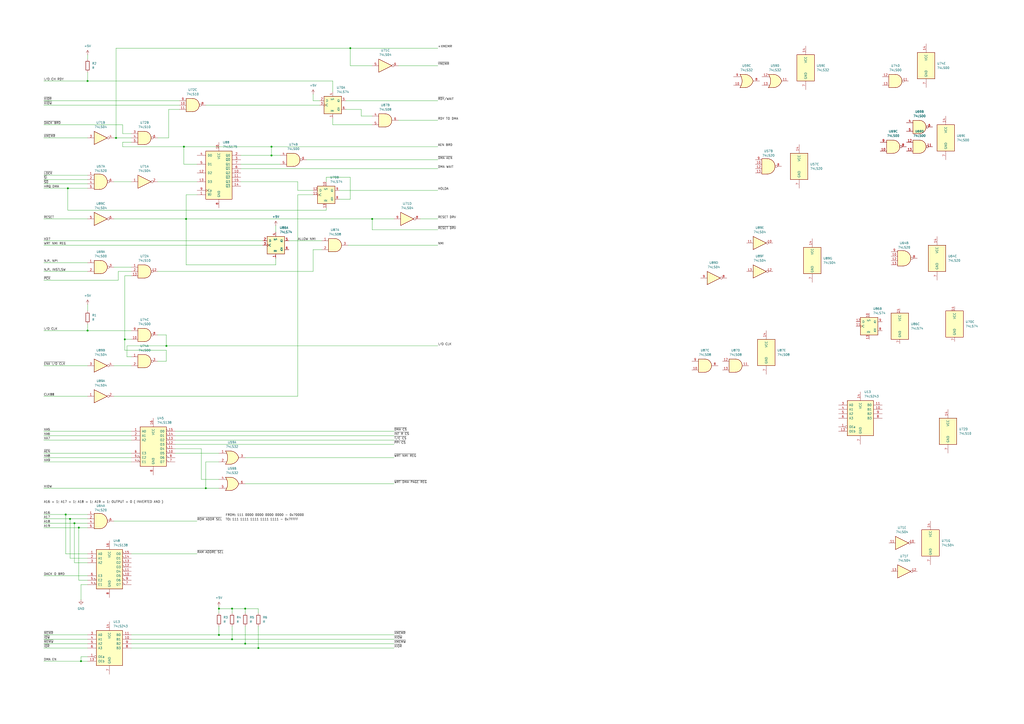
<source format=kicad_sch>
(kicad_sch (version 20231120) (generator "eeschema") (generator_version "8.0")
  (paper "A2")
  (lib_symbols
    (symbol "74xx:74LS00" (pin_names (offset 1.016))
      (property "Reference" "U" (at 0 1.27 0))
      (property "Value" "74LS00" (at 0 -1.27 0))
      (symbol "74LS00_1_1"
        (pin input line (at -7.62 2.54 0) (length 3.81) (name "~") (number "1"))
        (pin input line (at -7.62 -2.54 0) (length 3.81) (name "~") (number "2"))
        (pin output inverted (at 7.62 0 180) (length 3.81) (name "~") (number "3"))
      )
      (symbol "74LS00_1_2"
        (pin input inverted (at -7.62 2.54 0) (length 4.318) (name "~") (number "1"))
        (pin input inverted (at -7.62 -2.54 0) (length 4.318) (name "~") (number "2"))
        (pin output line (at 7.62 0 180) (length 3.81) (name "~") (number "3"))
      )
      (symbol "74LS00_2_1"
        (pin input line (at -7.62 2.54 0) (length 3.81) (name "~") (number "4"))
        (pin input line (at -7.62 -2.54 0) (length 3.81) (name "~") (number "5"))
        (pin output inverted (at 7.62 0 180) (length 3.81) (name "~") (number "6"))
      )
      (symbol "74LS00_2_2"
        (pin input inverted (at -7.62 2.54 0) (length 4.318) (name "~") (number "4"))
        (pin input inverted (at -7.62 -2.54 0) (length 4.318) (name "~") (number "5"))
        (pin output line (at 7.62 0 180) (length 3.81) (name "~") (number "6"))
      )
      (symbol "74LS00_3_1"
        (pin input line (at -7.62 -2.54 0) (length 3.81) (name "~") (number "10"))
        (pin output inverted (at 7.62 0 180) (length 3.81) (name "~") (number "8"))
        (pin input line (at -7.62 2.54 0) (length 3.81) (name "~") (number "9"))
      )
      (symbol "74LS00_3_2"
        (pin input inverted (at -7.62 -2.54 0) (length 4.318) (name "~") (number "10"))
        (pin output line (at 7.62 0 180) (length 3.81) (name "~") (number "8"))
        (pin input inverted (at -7.62 2.54 0) (length 4.318) (name "~") (number "9"))
      )
      (symbol "74LS00_4_1"
        (pin output inverted (at 7.62 0 180) (length 3.81) (name "~") (number "11"))
        (pin input line (at -7.62 2.54 0) (length 3.81) (name "~") (number "12"))
        (pin input line (at -7.62 -2.54 0) (length 3.81) (name "~") (number "13"))
      )
      (symbol "74LS00_4_2"
        (pin output line (at 7.62 0 180) (length 3.81) (name "~") (number "11"))
        (pin input inverted (at -7.62 2.54 0) (length 4.318) (name "~") (number "12"))
        (pin input inverted (at -7.62 -2.54 0) (length 4.318) (name "~") (number "13"))
      )
      (symbol "74LS00_5_0"
        (pin power_in line (at 0 12.7 270) (length 5.08) (name "VCC") (number "14"))
        (pin power_in line (at 0 -12.7 90) (length 5.08) (name "GND") (number "7"))
      )
    )
    (symbol "74xx:74LS04"
      (property "Reference" "U" (at 0 1.27 0))
      (property "Value" "74LS04" (at 0 -1.27 0))
      (symbol "74LS04_1_0"
        (pin input line (at -7.62 0 0) (length 3.81) (name "~") (number "1"))
        (pin output inverted (at 7.62 0 180) (length 3.81) (name "~") (number "2"))
      )
      (symbol "74LS04_2_0"
        (pin input line (at -7.62 0 0) (length 3.81) (name "~") (number "3"))
        (pin output inverted (at 7.62 0 180) (length 3.81) (name "~") (number "4"))
      )
      (symbol "74LS04_3_0"
        (pin input line (at -7.62 0 0) (length 3.81) (name "~") (number "5"))
        (pin output inverted (at 7.62 0 180) (length 3.81) (name "~") (number "6"))
      )
      (symbol "74LS04_4_0"
        (pin output inverted (at 7.62 0 180) (length 3.81) (name "~") (number "8"))
        (pin input line (at -7.62 0 0) (length 3.81) (name "~") (number "9"))
      )
      (symbol "74LS04_5_0"
        (pin output inverted (at 7.62 0 180) (length 3.81) (name "~") (number "10"))
        (pin input line (at -7.62 0 0) (length 3.81) (name "~") (number "11"))
      )
      (symbol "74LS04_6_0"
        (pin output inverted (at 7.62 0 180) (length 3.81) (name "~") (number "12"))
        (pin input line (at -7.62 0 0) (length 3.81) (name "~") (number "13"))
      )
      (symbol "74LS04_7_0"
        (pin power_in line (at 0 12.7 270) (length 5.08) (name "VCC") (number "14"))
        (pin power_in line (at 0 -12.7 90) (length 5.08) (name "GND") (number "7"))
      )
    )
    (symbol "74xx:74LS08" (pin_names (offset 1.016))
      (property "Reference" "U" (at 0 1.27 0))
      (property "Value" "74LS08" (at 0 -1.27 0))
      (symbol "74LS08_1_1"
        (pin input line (at -7.62 2.54 0) (length 3.81) (name "~") (number "1"))
        (pin input line (at -7.62 -2.54 0) (length 3.81) (name "~") (number "2"))
        (pin output line (at 7.62 0 180) (length 3.81) (name "~") (number "3"))
      )
      (symbol "74LS08_1_2"
        (pin input inverted (at -7.62 2.54 0) (length 4.318) (name "~") (number "1"))
        (pin input inverted (at -7.62 -2.54 0) (length 4.318) (name "~") (number "2"))
        (pin output inverted (at 7.62 0 180) (length 3.81) (name "~") (number "3"))
      )
      (symbol "74LS08_2_1"
        (pin input line (at -7.62 2.54 0) (length 3.81) (name "~") (number "4"))
        (pin input line (at -7.62 -2.54 0) (length 3.81) (name "~") (number "5"))
        (pin output line (at 7.62 0 180) (length 3.81) (name "~") (number "6"))
      )
      (symbol "74LS08_2_2"
        (pin input inverted (at -7.62 2.54 0) (length 4.318) (name "~") (number "4"))
        (pin input inverted (at -7.62 -2.54 0) (length 4.318) (name "~") (number "5"))
        (pin output inverted (at 7.62 0 180) (length 3.81) (name "~") (number "6"))
      )
      (symbol "74LS08_3_1"
        (pin input line (at -7.62 -2.54 0) (length 3.81) (name "~") (number "10"))
        (pin output line (at 7.62 0 180) (length 3.81) (name "~") (number "8"))
        (pin input line (at -7.62 2.54 0) (length 3.81) (name "~") (number "9"))
      )
      (symbol "74LS08_3_2"
        (pin input inverted (at -7.62 -2.54 0) (length 4.318) (name "~") (number "10"))
        (pin output inverted (at 7.62 0 180) (length 3.81) (name "~") (number "8"))
        (pin input inverted (at -7.62 2.54 0) (length 4.318) (name "~") (number "9"))
      )
      (symbol "74LS08_4_1"
        (pin output line (at 7.62 0 180) (length 3.81) (name "~") (number "11"))
        (pin input line (at -7.62 2.54 0) (length 3.81) (name "~") (number "12"))
        (pin input line (at -7.62 -2.54 0) (length 3.81) (name "~") (number "13"))
      )
      (symbol "74LS08_4_2"
        (pin output inverted (at 7.62 0 180) (length 3.81) (name "~") (number "11"))
        (pin input inverted (at -7.62 2.54 0) (length 4.318) (name "~") (number "12"))
        (pin input inverted (at -7.62 -2.54 0) (length 4.318) (name "~") (number "13"))
      )
      (symbol "74LS08_5_0"
        (pin power_in line (at 0 12.7 270) (length 5.08) (name "VCC") (number "14"))
        (pin power_in line (at 0 -12.7 90) (length 5.08) (name "GND") (number "7"))
      )
    )
    (symbol "74xx:74LS10" (pin_names (offset 1.016))
      (property "Reference" "U" (at 0 1.27 0))
      (property "Value" "74LS10" (at 0 -1.27 0))
      (symbol "74LS10_1_1"
        (pin input line (at -7.62 2.54 0) (length 3.81) (name "~") (number "1"))
        (pin output inverted (at 7.62 0 180) (length 3.81) (name "~") (number "12"))
        (pin input line (at -7.62 -2.54 0) (length 3.81) (name "~") (number "13"))
        (pin input line (at -7.62 0 0) (length 3.81) (name "~") (number "2"))
      )
      (symbol "74LS10_1_2"
        (pin input inverted (at -7.62 2.54 0) (length 4.318) (name "~") (number "1"))
        (pin output line (at 7.62 0 180) (length 3.81) (name "~") (number "12"))
        (pin input inverted (at -7.62 -2.54 0) (length 4.318) (name "~") (number "13"))
        (pin input inverted (at -7.62 0 0) (length 4.953) (name "~") (number "2"))
      )
      (symbol "74LS10_2_1"
        (pin input line (at -7.62 2.54 0) (length 3.81) (name "~") (number "3"))
        (pin input line (at -7.62 0 0) (length 3.81) (name "~") (number "4"))
        (pin input line (at -7.62 -2.54 0) (length 3.81) (name "~") (number "5"))
        (pin output inverted (at 7.62 0 180) (length 3.81) (name "~") (number "6"))
      )
      (symbol "74LS10_2_2"
        (pin input inverted (at -7.62 2.54 0) (length 4.318) (name "~") (number "3"))
        (pin input inverted (at -7.62 0 0) (length 4.953) (name "~") (number "4"))
        (pin input inverted (at -7.62 -2.54 0) (length 4.318) (name "~") (number "5"))
        (pin output line (at 7.62 0 180) (length 3.81) (name "~") (number "6"))
      )
      (symbol "74LS10_3_1"
        (pin input line (at -7.62 0 0) (length 3.81) (name "~") (number "10"))
        (pin input line (at -7.62 -2.54 0) (length 3.81) (name "~") (number "11"))
        (pin output inverted (at 7.62 0 180) (length 3.81) (name "~") (number "8"))
        (pin input line (at -7.62 2.54 0) (length 3.81) (name "~") (number "9"))
      )
      (symbol "74LS10_3_2"
        (pin input inverted (at -7.62 0 0) (length 4.953) (name "~") (number "10"))
        (pin input inverted (at -7.62 -2.54 0) (length 4.318) (name "~") (number "11"))
        (pin output line (at 7.62 0 180) (length 3.81) (name "~") (number "8"))
        (pin input inverted (at -7.62 2.54 0) (length 4.318) (name "~") (number "9"))
      )
      (symbol "74LS10_4_0"
        (pin power_in line (at 0 12.7 270) (length 5.08) (name "VCC") (number "14"))
        (pin power_in line (at 0 -12.7 90) (length 5.08) (name "GND") (number "7"))
      )
    )
    (symbol "74xx:74LS138" (pin_names (offset 1.016))
      (property "Reference" "U" (at -7.62 11.43 0))
      (property "Value" "74LS138" (at -7.62 -13.97 0))
      (symbol "74LS138_1_0"
        (pin input line (at -12.7 7.62 0) (length 5.08) (name "A0") (number "1"))
        (pin output output_low (at 12.7 -5.08 180) (length 5.08) (name "O5") (number "10"))
        (pin output output_low (at 12.7 -2.54 180) (length 5.08) (name "O4") (number "11"))
        (pin output output_low (at 12.7 0 180) (length 5.08) (name "O3") (number "12"))
        (pin output output_low (at 12.7 2.54 180) (length 5.08) (name "O2") (number "13"))
        (pin output output_low (at 12.7 5.08 180) (length 5.08) (name "O1") (number "14"))
        (pin output output_low (at 12.7 7.62 180) (length 5.08) (name "O0") (number "15"))
        (pin power_in line (at 0 15.24 270) (length 5.08) (name "VCC") (number "16"))
        (pin input line (at -12.7 5.08 0) (length 5.08) (name "A1") (number "2"))
        (pin input line (at -12.7 2.54 0) (length 5.08) (name "A2") (number "3"))
        (pin input input_low (at -12.7 -10.16 0) (length 5.08) (name "E1") (number "4"))
        (pin input input_low (at -12.7 -7.62 0) (length 5.08) (name "E2") (number "5"))
        (pin input line (at -12.7 -5.08 0) (length 5.08) (name "E3") (number "6"))
        (pin output output_low (at 12.7 -10.16 180) (length 5.08) (name "O7") (number "7"))
        (pin power_in line (at 0 -17.78 90) (length 5.08) (name "GND") (number "8"))
        (pin output output_low (at 12.7 -7.62 180) (length 5.08) (name "O6") (number "9"))
      )
    )
    (symbol "74xx:74LS175" (pin_names (offset 1.016))
      (property "Reference" "U" (at -7.62 13.97 0))
      (property "Value" "74LS175" (at -7.62 -16.51 0))
      (symbol "74LS175_1_0"
        (pin input line (at -12.7 -12.7 0) (length 5.08) (name "~{Mr}") (number "1"))
        (pin output line (at 12.7 0 180) (length 5.08) (name "Q2") (number "10"))
        (pin output line (at 12.7 -2.54 180) (length 5.08) (name "~{Q2}") (number "11"))
        (pin input line (at -12.7 0 0) (length 5.08) (name "D2") (number "12"))
        (pin input line (at -12.7 -5.08 0) (length 5.08) (name "D3") (number "13"))
        (pin output line (at 12.7 -7.62 180) (length 5.08) (name "~{Q3}") (number "14"))
        (pin output line (at 12.7 -5.08 180) (length 5.08) (name "Q3") (number "15"))
        (pin power_in line (at 0 17.78 270) (length 5.08) (name "VCC") (number "16"))
        (pin output line (at 12.7 10.16 180) (length 5.08) (name "Q0") (number "2"))
        (pin output line (at 12.7 7.62 180) (length 5.08) (name "~{Q0}") (number "3"))
        (pin input line (at -12.7 10.16 0) (length 5.08) (name "D0") (number "4"))
        (pin input line (at -12.7 5.08 0) (length 5.08) (name "D1") (number "5"))
        (pin output line (at 12.7 2.54 180) (length 5.08) (name "~{Q1}") (number "6"))
        (pin output line (at 12.7 5.08 180) (length 5.08) (name "Q1") (number "7"))
        (pin power_in line (at 0 -20.32 90) (length 5.08) (name "GND") (number "8"))
        (pin input clock (at -12.7 -10.16 0) (length 5.08) (name "Cp") (number "9"))
      )
    )
    (symbol "74xx:74LS20" (pin_names (offset 1.016))
      (property "Reference" "U" (at 0 1.27 0))
      (property "Value" "74LS20" (at 0 -1.27 0))
      (symbol "74LS20_1_1"
        (pin input line (at -7.62 3.81 0) (length 3.81) (name "~") (number "1"))
        (pin input line (at -7.62 1.27 0) (length 3.81) (name "~") (number "2"))
        (pin input line (at -7.62 -1.27 0) (length 3.81) (name "~") (number "4"))
        (pin input line (at -7.62 -3.81 0) (length 3.81) (name "~") (number "5"))
        (pin output inverted (at 7.62 0 180) (length 3.81) (name "~") (number "6"))
      )
      (symbol "74LS20_1_2"
        (pin input inverted (at -7.62 3.81 0) (length 3.81) (name "~") (number "1"))
        (pin input inverted (at -7.62 1.27 0) (length 4.826) (name "~") (number "2"))
        (pin input inverted (at -7.62 -1.27 0) (length 4.826) (name "~") (number "4"))
        (pin input inverted (at -7.62 -3.81 0) (length 3.81) (name "~") (number "5"))
        (pin output line (at 7.62 0 180) (length 3.81) (name "~") (number "6"))
      )
      (symbol "74LS20_2_1"
        (pin input line (at -7.62 1.27 0) (length 3.81) (name "~") (number "10"))
        (pin input line (at -7.62 -1.27 0) (length 3.81) (name "~") (number "12"))
        (pin input line (at -7.62 -3.81 0) (length 3.81) (name "~") (number "13"))
        (pin output inverted (at 7.62 0 180) (length 3.81) (name "~") (number "8"))
        (pin input line (at -7.62 3.81 0) (length 3.81) (name "~") (number "9"))
      )
      (symbol "74LS20_2_2"
        (pin input inverted (at -7.62 1.27 0) (length 4.826) (name "~") (number "10"))
        (pin input inverted (at -7.62 -1.27 0) (length 4.826) (name "~") (number "12"))
        (pin input inverted (at -7.62 -3.81 0) (length 3.81) (name "~") (number "13"))
        (pin output line (at 7.62 0 180) (length 3.81) (name "~") (number "8"))
        (pin input inverted (at -7.62 3.81 0) (length 3.81) (name "~") (number "9"))
      )
      (symbol "74LS20_3_0"
        (pin power_in line (at 0 12.7 270) (length 5.08) (name "VCC") (number "14"))
        (pin power_in line (at 0 -12.7 90) (length 5.08) (name "GND") (number "7"))
      )
    )
    (symbol "74xx:74LS243" (pin_names (offset 1.016))
      (property "Reference" "U" (at -7.62 11.43 0))
      (property "Value" "74LS243" (at -7.62 -11.43 0))
      (symbol "74LS243_1_0"
        (pin input inverted (at -12.7 -5.08 0) (length 5.08) (name "OEa") (number "1"))
        (pin tri_state line (at 12.7 5.08 180) (length 5.08) (name "B1") (number "10"))
        (pin tri_state line (at 12.7 7.62 180) (length 5.08) (name "B0") (number "11"))
        (pin input line (at -12.7 -7.62 0) (length 5.08) (name "OEb") (number "13"))
        (pin power_in line (at 0 15.24 270) (length 5.08) (name "VCC") (number "14"))
        (pin input line (at -12.7 7.62 0) (length 5.08) (name "A0") (number "3"))
        (pin input line (at -12.7 5.08 0) (length 5.08) (name "A1") (number "4"))
        (pin input line (at -12.7 2.54 0) (length 5.08) (name "A2") (number "5"))
        (pin input line (at -12.7 0 0) (length 5.08) (name "A3") (number "6"))
        (pin power_in line (at 0 -15.24 90) (length 5.08) (name "GND") (number "7"))
        (pin tri_state line (at 12.7 0 180) (length 5.08) (name "B3") (number "8"))
        (pin tri_state line (at 12.7 2.54 180) (length 5.08) (name "B2") (number "9"))
      )
    )
    (symbol "74xx:74LS32" (pin_names (offset 1.016))
      (property "Reference" "U" (at 0 1.27 0))
      (property "Value" "74LS32" (at 0 -1.27 0))
      (symbol "74LS32_1_1"
        (pin input line (at -7.62 2.54 0) (length 4.318) (name "~") (number "1"))
        (pin input line (at -7.62 -2.54 0) (length 4.318) (name "~") (number "2"))
        (pin output line (at 7.62 0 180) (length 3.81) (name "~") (number "3"))
      )
      (symbol "74LS32_1_2"
        (pin input inverted (at -7.62 2.54 0) (length 3.81) (name "~") (number "1"))
        (pin input inverted (at -7.62 -2.54 0) (length 3.81) (name "~") (number "2"))
        (pin output inverted (at 7.62 0 180) (length 3.81) (name "~") (number "3"))
      )
      (symbol "74LS32_2_1"
        (pin input line (at -7.62 2.54 0) (length 4.318) (name "~") (number "4"))
        (pin input line (at -7.62 -2.54 0) (length 4.318) (name "~") (number "5"))
        (pin output line (at 7.62 0 180) (length 3.81) (name "~") (number "6"))
      )
      (symbol "74LS32_2_2"
        (pin input inverted (at -7.62 2.54 0) (length 3.81) (name "~") (number "4"))
        (pin input inverted (at -7.62 -2.54 0) (length 3.81) (name "~") (number "5"))
        (pin output inverted (at 7.62 0 180) (length 3.81) (name "~") (number "6"))
      )
      (symbol "74LS32_3_1"
        (pin input line (at -7.62 -2.54 0) (length 4.318) (name "~") (number "10"))
        (pin output line (at 7.62 0 180) (length 3.81) (name "~") (number "8"))
        (pin input line (at -7.62 2.54 0) (length 4.318) (name "~") (number "9"))
      )
      (symbol "74LS32_3_2"
        (pin input inverted (at -7.62 -2.54 0) (length 3.81) (name "~") (number "10"))
        (pin output inverted (at 7.62 0 180) (length 3.81) (name "~") (number "8"))
        (pin input inverted (at -7.62 2.54 0) (length 3.81) (name "~") (number "9"))
      )
      (symbol "74LS32_4_1"
        (pin output line (at 7.62 0 180) (length 3.81) (name "~") (number "11"))
        (pin input line (at -7.62 2.54 0) (length 4.318) (name "~") (number "12"))
        (pin input line (at -7.62 -2.54 0) (length 4.318) (name "~") (number "13"))
      )
      (symbol "74LS32_4_2"
        (pin output inverted (at 7.62 0 180) (length 3.81) (name "~") (number "11"))
        (pin input inverted (at -7.62 2.54 0) (length 3.81) (name "~") (number "12"))
        (pin input inverted (at -7.62 -2.54 0) (length 3.81) (name "~") (number "13"))
      )
      (symbol "74LS32_5_0"
        (pin power_in line (at 0 12.7 270) (length 5.08) (name "VCC") (number "14"))
        (pin power_in line (at 0 -12.7 90) (length 5.08) (name "GND") (number "7"))
      )
    )
    (symbol "74xx:74LS74" (pin_names (offset 1.016))
      (property "Reference" "U" (at -7.62 8.89 0))
      (property "Value" "74LS74" (at -7.62 -8.89 0))
      (symbol "74LS74_1_0"
        (pin input line (at 0 -7.62 90) (length 2.54) (name "~{R}") (number "1"))
        (pin input line (at -7.62 2.54 0) (length 2.54) (name "D") (number "2"))
        (pin input clock (at -7.62 0 0) (length 2.54) (name "C") (number "3"))
        (pin input line (at 0 7.62 270) (length 2.54) (name "~{S}") (number "4"))
        (pin output line (at 7.62 2.54 180) (length 2.54) (name "Q") (number "5"))
        (pin output line (at 7.62 -2.54 180) (length 2.54) (name "~{Q}") (number "6"))
      )
      (symbol "74LS74_2_0"
        (pin input line (at 0 7.62 270) (length 2.54) (name "~{S}") (number "10"))
        (pin input clock (at -7.62 0 0) (length 2.54) (name "C") (number "11"))
        (pin input line (at -7.62 2.54 0) (length 2.54) (name "D") (number "12"))
        (pin input line (at 0 -7.62 90) (length 2.54) (name "~{R}") (number "13"))
        (pin output line (at 7.62 -2.54 180) (length 2.54) (name "~{Q}") (number "8"))
        (pin output line (at 7.62 2.54 180) (length 2.54) (name "Q") (number "9"))
      )
      (symbol "74LS74_3_0"
        (pin power_in line (at 0 10.16 270) (length 2.54) (name "VCC") (number "14"))
        (pin power_in line (at 0 -10.16 90) (length 2.54) (name "GND") (number "7"))
      )
    )
    (symbol "Device:R" (pin_numbers hide) (pin_names (offset 0))
      (property "Reference" "R" (at 2.032 0 90))
      (property "Value" "R" (at 0 0 90))
      (symbol "R_1_1"
        (pin passive line (at 0 3.81 270) (length 1.27) (name "~") (number "1"))
        (pin passive line (at 0 -3.81 90) (length 1.27) (name "~") (number "2"))
      )
    )
    (symbol "power:+5V" (power) (pin_numbers hide) (pin_names (offset 0) hide)
      (property "Value" "+5V" (at 0 3.556 0))
      (symbol "+5V_1_1"
        (pin power_in line (at 0 0 90) (length 0) (name "~") (number "1"))
      )
    )
    (symbol "power:GND" (power) (pin_numbers hide) (pin_names (offset 0) hide)
      (property "Value" "GND" (at 0 -3.81 0))
      (symbol "GND_1_1"
        (pin power_in line (at 0 0 270) (length 0) (name "~") (number "1"))
      )
    )
  )
  (junction (at 72.39 196.85))
  (junction (at 215.9 127))
  (junction (at 203.2 27.94))
  (junction (at 40.64 300.99))
  (junction (at 142.24 353.06))
  (junction (at 134.62 370.84))
  (junction (at 127 368.3))
  (junction (at 45.72 306.07))
  (junction (at 39.37 109.22))
  (junction (at 119.38 283.21))
  (junction (at 157.48 90.17))
  (junction (at 38.1 298.45))
  (junction (at 50.8 46.99))
  (junction (at 134.62 353.06))
  (junction (at 96.52 200.66))
  (junction (at 127 353.06))
  (junction (at 107.95 127))
  (junction (at 46.99 383.54))
  (junction (at 67.31 80.01))
  (junction (at 50.8 191.77))
  (junction (at 157.48 85.09))
  (junction (at 43.18 303.53))
  (junction (at 106.68 85.09))
  (junction (at 149.86 375.92))
  (junction (at 142.24 373.38))
  (wire (pts (xy 66.04 212.09) (xy 76.2 212.09)))
  (wire (pts (xy 66.04 80.01) (xy 67.31 80.01)))
  (wire (pts (xy 25.4 212.09) (xy 50.8 212.09)))
  (wire (pts (xy 119.38 283.21) (xy 127 283.21)))
  (wire (pts (xy 25.4 101.6) (xy 50.8 101.6)))
  (wire (pts (xy 71.12 72.39) (xy 25.4 72.39)))
  (wire (pts (xy 101.6 255.27) (xy 228.6 255.27)))
  (wire (pts (xy 172.72 105.41) (xy 172.72 110.49)))
  (wire (pts (xy 25.4 267.97) (xy 76.2 267.97)))
  (wire (pts (xy 96.52 194.31) (xy 96.52 200.66)))
  (wire (pts (xy 76.2 77.47) (xy 71.12 77.47)))
  (wire (pts (xy 76.2 321.31) (xy 114.3 321.31)))
  (wire (pts (xy 96.52 200.66) (xy 254 200.66)))
  (wire (pts (xy 139.7 90.17) (xy 157.48 90.17)))
  (wire (pts (xy 200.66 58.42) (xy 254 58.42)))
  (wire (pts (xy 142.24 280.67) (xy 228.6 280.67)))
  (wire (pts (xy 25.4 152.4) (xy 50.8 152.4)))
  (wire (pts (xy 189.23 121.92) (xy 39.37 121.92)))
  (wire (pts (xy 25.4 58.42) (xy 104.14 58.42)))
  (wire (pts (xy 203.2 27.94) (xy 254 27.94)))
  (wire (pts (xy 25.4 191.77) (xy 50.8 191.77)))
  (wire (pts (xy 50.8 323.85) (xy 40.64 323.85)))
  (wire (pts (xy 46.99 383.54) (xy 50.8 383.54)))
  (wire (pts (xy 231.14 38.1) (xy 254 38.1)))
  (wire (pts (xy 201.93 142.24) (xy 254 142.24)))
  (wire (pts (xy 181.61 54.61) (xy 181.61 58.42)))
  (wire (pts (xy 172.72 113.03) (xy 181.61 113.03)))
  (wire (pts (xy 186.69 144.78) (xy 181.61 144.78)))
  (wire (pts (xy 193.04 72.39) (xy 215.9 72.39)))
  (wire (pts (xy 76.2 82.55) (xy 71.12 82.55)))
  (wire (pts (xy 101.6 250.19) (xy 228.6 250.19)))
  (wire (pts (xy 71.12 82.55) (xy 71.12 85.09)))
  (wire (pts (xy 50.8 176.53) (xy 50.8 180.34)))
  (wire (pts (xy 215.9 38.1) (xy 203.2 38.1)))
  (wire (pts (xy 25.4 142.24) (xy 152.4 142.24)))
  (wire (pts (xy 107.95 127) (xy 215.9 127)))
  (wire (pts (xy 134.62 353.06) (xy 127 353.06)))
  (wire (pts (xy 25.4 127) (xy 50.8 127)))
  (wire (pts (xy 193.04 68.58) (xy 193.04 72.39)))
  (wire (pts (xy 67.31 80.01) (xy 67.31 27.94)))
  (wire (pts (xy 189.23 102.87) (xy 203.2 102.87)))
  (wire (pts (xy 71.12 77.47) (xy 71.12 72.39)))
  (wire (pts (xy 119.38 267.97) (xy 119.38 283.21)))
  (wire (pts (xy 25.4 60.96) (xy 104.14 60.96)))
  (wire (pts (xy 209.55 63.5) (xy 200.66 63.5)))
  (wire (pts (xy 25.4 262.89) (xy 76.2 262.89)))
  (wire (pts (xy 91.44 80.01) (xy 97.79 80.01)))
  (wire (pts (xy 181.61 157.48) (xy 91.44 157.48)))
  (wire (pts (xy 66.04 127) (xy 107.95 127)))
  (wire (pts (xy 157.48 90.17) (xy 162.56 90.17)))
  (wire (pts (xy 25.4 265.43) (xy 76.2 265.43)))
  (wire (pts (xy 50.8 381) (xy 46.99 381)))
  (wire (pts (xy 25.4 368.3) (xy 50.8 368.3)))
  (wire (pts (xy 73.66 207.01) (xy 73.66 200.66)))
  (wire (pts (xy 149.86 355.6) (xy 149.86 353.06)))
  (wire (pts (xy 139.7 95.25) (xy 162.56 95.25)))
  (wire (pts (xy 172.72 110.49) (xy 181.61 110.49)))
  (wire (pts (xy 116.84 278.13) (xy 116.84 260.35)))
  (wire (pts (xy 134.62 355.6) (xy 134.62 353.06)))
  (wire (pts (xy 66.04 229.87) (xy 172.72 229.87)))
  (wire (pts (xy 139.7 105.41) (xy 172.72 105.41)))
  (wire (pts (xy 196.85 110.49) (xy 254 110.49)))
  (wire (pts (xy 243.84 127) (xy 254 127)))
  (wire (pts (xy 25.4 109.22) (xy 39.37 109.22)))
  (wire (pts (xy 91.44 209.55) (xy 96.52 209.55)))
  (wire (pts (xy 106.68 95.25) (xy 106.68 85.09)))
  (wire (pts (xy 73.66 200.66) (xy 96.52 200.66)))
  (wire (pts (xy 142.24 355.6) (xy 142.24 353.06)))
  (wire (pts (xy 46.99 381) (xy 46.99 383.54)))
  (wire (pts (xy 72.39 196.85) (xy 76.2 196.85)))
  (wire (pts (xy 68.58 157.48) (xy 68.58 162.56)))
  (wire (pts (xy 25.4 370.84) (xy 50.8 370.84)))
  (wire (pts (xy 67.31 27.94) (xy 203.2 27.94)))
  (wire (pts (xy 231.14 69.85) (xy 254 69.85)))
  (wire (pts (xy 97.79 63.5) (xy 104.14 63.5)))
  (wire (pts (xy 96.52 209.55) (xy 96.52 203.2)))
  (wire (pts (xy 25.4 162.56) (xy 68.58 162.56)))
  (wire (pts (xy 193.04 53.34) (xy 193.04 46.99)))
  (wire (pts (xy 97.79 80.01) (xy 97.79 63.5)))
  (wire (pts (xy 172.72 229.87) (xy 172.72 113.03)))
  (wire (pts (xy 215.9 127) (xy 228.6 127)))
  (wire (pts (xy 25.4 334.01) (xy 50.8 334.01)))
  (wire (pts (xy 38.1 298.45) (xy 50.8 298.45)))
  (wire (pts (xy 106.68 85.09) (xy 157.48 85.09)))
  (wire (pts (xy 25.4 229.87) (xy 50.8 229.87)))
  (wire (pts (xy 209.55 67.31) (xy 209.55 63.5)))
  (wire (pts (xy 43.18 303.53) (xy 50.8 303.53)))
  (wire (pts (xy 66.04 154.94) (xy 76.2 154.94)))
  (wire (pts (xy 50.8 46.99) (xy 25.4 46.99)))
  (wire (pts (xy 189.23 105.41) (xy 189.23 102.87)))
  (wire (pts (xy 25.4 375.92) (xy 50.8 375.92)))
  (wire (pts (xy 142.24 353.06) (xy 134.62 353.06)))
  (wire (pts (xy 25.4 250.19) (xy 76.2 250.19)))
  (wire (pts (xy 50.8 339.09) (xy 46.99 339.09)))
  (wire (pts (xy 25.4 303.53) (xy 43.18 303.53)))
  (wire (pts (xy 50.8 31.75) (xy 50.8 34.29)))
  (wire (pts (xy 114.3 95.25) (xy 106.68 95.25)))
  (wire (pts (xy 203.2 102.87) (xy 203.2 115.57)))
  (wire (pts (xy 127 368.3) (xy 228.6 368.3)))
  (wire (pts (xy 25.4 106.68) (xy 50.8 106.68)))
  (wire (pts (xy 71.12 85.09) (xy 106.68 85.09)))
  (wire (pts (xy 149.86 375.92) (xy 228.6 375.92)))
  (wire (pts (xy 127 363.22) (xy 127 368.3)))
  (wire (pts (xy 157.48 85.09) (xy 157.48 90.17)))
  (wire (pts (xy 209.55 67.31) (xy 215.9 67.31)))
  (wire (pts (xy 25.4 283.21) (xy 119.38 283.21)))
  (wire (pts (xy 72.39 196.85) (xy 72.39 160.02)))
  (wire (pts (xy 101.6 252.73) (xy 228.6 252.73)))
  (wire (pts (xy 76.2 373.38) (xy 142.24 373.38)))
  (wire (pts (xy 160.02 149.86) (xy 160.02 153.67)))
  (wire (pts (xy 66.04 302.26) (xy 114.3 302.26)))
  (wire (pts (xy 25.4 300.99) (xy 40.64 300.99)))
  (wire (pts (xy 127 278.13) (xy 116.84 278.13)))
  (wire (pts (xy 160.02 153.67) (xy 107.95 153.67)))
  (wire (pts (xy 45.72 336.55) (xy 45.72 306.07)))
  (wire (pts (xy 116.84 260.35) (xy 101.6 260.35)))
  (wire (pts (xy 215.9 127) (xy 215.9 133.35)))
  (wire (pts (xy 66.04 105.41) (xy 76.2 105.41)))
  (wire (pts (xy 76.2 368.3) (xy 127 368.3)))
  (wire (pts (xy 127 353.06) (xy 127 355.6)))
  (wire (pts (xy 76.2 375.92) (xy 149.86 375.92)))
  (wire (pts (xy 50.8 191.77) (xy 76.2 191.77)))
  (wire (pts (xy 91.44 194.31) (xy 96.52 194.31)))
  (wire (pts (xy 50.8 41.91) (xy 50.8 46.99)))
  (wire (pts (xy 193.04 46.99) (xy 50.8 46.99)))
  (wire (pts (xy 134.62 363.22) (xy 134.62 370.84)))
  (wire (pts (xy 157.48 85.09) (xy 254 85.09)))
  (wire (pts (xy 107.95 153.67) (xy 107.95 127)))
  (wire (pts (xy 119.38 60.96) (xy 185.42 60.96)))
  (wire (pts (xy 25.4 383.54) (xy 46.99 383.54)))
  (wire (pts (xy 177.8 92.71) (xy 254 92.71)))
  (wire (pts (xy 38.1 321.31) (xy 38.1 298.45)))
  (wire (pts (xy 43.18 326.39) (xy 43.18 303.53)))
  (wire (pts (xy 181.61 144.78) (xy 181.61 157.48)))
  (wire (pts (xy 215.9 133.35) (xy 254 133.35)))
  (wire (pts (xy 142.24 373.38) (xy 228.6 373.38)))
  (wire (pts (xy 25.4 139.7) (xy 152.4 139.7)))
  (wire (pts (xy 189.23 120.65) (xy 189.23 121.92)))
  (wire (pts (xy 40.64 300.99) (xy 50.8 300.99)))
  (wire (pts (xy 127 351.79) (xy 127 353.06)))
  (wire (pts (xy 107.95 127) (xy 107.95 113.03)))
  (wire (pts (xy 67.31 80.01) (xy 76.2 80.01)))
  (wire (pts (xy 25.4 157.48) (xy 50.8 157.48)))
  (wire (pts (xy 40.64 323.85) (xy 40.64 300.99)))
  (wire (pts (xy 139.7 97.79) (xy 254 97.79)))
  (wire (pts (xy 46.99 339.09) (xy 46.99 347.98)))
  (wire (pts (xy 25.4 306.07) (xy 45.72 306.07)))
  (wire (pts (xy 160.02 130.81) (xy 160.02 134.62)))
  (wire (pts (xy 50.8 321.31) (xy 38.1 321.31)))
  (wire (pts (xy 127 267.97) (xy 119.38 267.97)))
  (wire (pts (xy 91.44 105.41) (xy 114.3 105.41)))
  (wire (pts (xy 107.95 113.03) (xy 114.3 113.03)))
  (wire (pts (xy 76.2 370.84) (xy 134.62 370.84)))
  (wire (pts (xy 39.37 109.22) (xy 50.8 109.22)))
  (wire (pts (xy 76.2 207.01) (xy 73.66 207.01)))
  (wire (pts (xy 72.39 203.2) (xy 72.39 196.85)))
  (wire (pts (xy 167.64 139.7) (xy 186.69 139.7)))
  (wire (pts (xy 76.2 157.48) (xy 68.58 157.48)))
  (wire (pts (xy 149.86 353.06) (xy 142.24 353.06)))
  (wire (pts (xy 25.4 252.73) (xy 76.2 252.73)))
  (wire (pts (xy 45.72 306.07) (xy 50.8 306.07)))
  (wire (pts (xy 39.37 121.92) (xy 39.37 109.22)))
  (wire (pts (xy 101.6 262.89) (xy 127 262.89)))
  (wire (pts (xy 142.24 265.43) (xy 228.6 265.43)))
  (wire (pts (xy 25.4 298.45) (xy 38.1 298.45)))
  (wire (pts (xy 50.8 336.55) (xy 45.72 336.55)))
  (wire (pts (xy 203.2 115.57) (xy 196.85 115.57)))
  (wire (pts (xy 203.2 38.1) (xy 203.2 27.94)))
  (wire (pts (xy 149.86 363.22) (xy 149.86 375.92)))
  (wire (pts (xy 72.39 160.02) (xy 76.2 160.02)))
  (wire (pts (xy 25.4 373.38) (xy 50.8 373.38)))
  (wire (pts (xy 134.62 370.84) (xy 228.6 370.84)))
  (wire (pts (xy 181.61 58.42) (xy 185.42 58.42)))
  (wire (pts (xy 142.24 363.22) (xy 142.24 373.38)))
  (wire (pts (xy 50.8 187.96) (xy 50.8 191.77)))
  (wire (pts (xy 25.4 104.14) (xy 50.8 104.14)))
  (wire (pts (xy 25.4 80.01) (xy 50.8 80.01)))
  (wire (pts (xy 50.8 326.39) (xy 43.18 326.39)))
  (wire (pts (xy 101.6 257.81) (xy 228.6 257.81)))
  (wire (pts (xy 25.4 255.27) (xy 76.2 255.27)))
  (wire (pts (xy 96.52 203.2) (xy 72.39 203.2)))
  (label "I{slash}O CH RDY" (at 25.4 46.99 0))
  (label "~{RDY}{slash}WAIT" (at 254 58.42 0))
  (label "~{SO}" (at 25.4 106.68 0))
  (label "~{IOW}" (at 25.4 370.84 0))
  (label "~{XMEMR}" (at 228.6 368.3 0))
  (label "HOLDA" (at 254 110.49 0))
  (label "~{XIOR}" (at 228.6 375.92 0))
  (label "~{AEN}" (at 25.4 262.89 0))
  (label "A16" (at 25.4 298.45 0))
  (label "DMA WAIT" (at 254 97.79 0))
  (label "N.P. NPI" (at 25.4 152.4 0))
  (label "~{IOR}" (at 25.4 375.92 0))
  (label "~{T{slash}C CS}" (at 228.6 255.27 0))
  (label "~{DMA CS}" (at 228.6 250.19 0))
  (label "XA7" (at 25.4 255.27 0))
  (label "A18" (at 25.4 303.53 0))
  (label "TO: 111 1111 1111 1111 1111 - 0x7FFFF" (at 130.81 302.26 0))
  (label "FROM: 111 0000 0000 0000 0000 - 0x70000" (at 130.81 299.72 0))
  (label "~{RESET DRV}" (at 254 133.35 0))
  (label "+XMEMR" (at 254 27.94 0))
  (label "~{XMEMR}" (at 25.4 80.01 0))
  (label "HRQ DMA" (at 25.4 109.22 0))
  (label "RESET DRV" (at 254 127 0))
  (label "NMI" (at 254 142.24 0))
  (label "~{MEMW}" (at 25.4 373.38 0))
  (label "~{ENA I{slash}O CLK}" (at 25.4 212.09 0))
  (label "XA5" (at 25.4 250.19 0))
  (label "RESET" (at 25.4 127 0))
  (label "~{DMA AEN}" (at 254 92.71 0))
  (label "~{INT R CS}" (at 228.6 252.73 0))
  (label "AEN BRD" (at 254 85.09 0))
  (label "A17" (at 25.4 300.99 0))
  (label "I{slash}O CLK" (at 25.4 191.77 0))
  (label "~{PPI CS}" (at 228.6 257.81 0))
  (label "N.P. INSTLSW" (at 25.4 157.48 0))
  (label "CLK88" (at 25.4 229.87 0))
  (label "A16 = 1; A17 = 1; A18 = 1; A19 = 1; OUTPUT = 0 ( INVERTED AND )" (at 25.4 292.1 0))
  (label "~{RAM ADDRE SEL}" (at 114.3 321.31 0))
  (label "~{XIOR}" (at 25.4 58.42 0))
  (label "XA8" (at 25.4 265.43 0))
  (label "DMA EN" (at 25.4 383.54 0))
  (label "I{slash}O CLK" (at 254 200.66 0))
  (label "~{PCK}" (at 25.4 162.56 0))
  (label "WRT NMI REG" (at 25.4 142.24 0))
  (label "~{YMEMR}" (at 254 38.1 0))
  (label "XIOW" (at 25.4 283.21 0))
  (label "ALLOW NMI" (at 172.72 139.7 0))
  (label "~{ROM ADDR SEL}" (at 114.3 302.26 0))
  (label "~{XMEMW}" (at 228.6 373.38 0))
  (label "~{XIOW}" (at 25.4 60.96 0))
  (label "RDY TO DMA" (at 254 69.85 0))
  (label "A19" (at 25.4 306.07 0))
  (label "XA9" (at 25.4 267.97 0))
  (label "~{SI}" (at 25.4 104.14 0))
  (label "~{WRT NMI REG}" (at 228.6 265.43 0))
  (label "~{DACK BRD}" (at 25.4 72.39 0))
  (label "XD7" (at 25.4 139.7 0))
  (label "~{WRT DMA PAGE REG}" (at 228.6 280.67 0))
  (label "~{LOCK}" (at 25.4 101.6 0))
  (label "~{XIOW}" (at 228.6 370.84 0))
  (label "DACK O BRD" (at 25.4 334.01 0))
  (label "~{MEMR}" (at 25.4 368.3 0))
  (label "XA6" (at 25.4 252.73 0))
  (symbol (lib_id "74xx:74LS04") (at 440.69 157.48 0) (unit 6)
    (property "Reference" "U89" (at 440.69 148.59 0))
    (property "Value" "74LS04" (at 440.69 151.13 0))
    (property "Datasheet" "http://www.ti.com/lit/gpn/sn74LS04" (effects (hide yes)))
    (property "Description" "Hex Inverter" (effects (hide yes)))
  )
  (symbol (lib_id "Device:R") (at 149.86 359.41 0) (unit 1)
    (property "Reference" "R6" (at 152.4 358.1399 0) (effects (justify left)))
    (property "Value" "R" (at 152.4 360.6799 0) (effects (justify left)))
    (property "Description" "Resistor" (effects (hide yes)))
  )
  (symbol (lib_id "74xx:74LS04") (at 236.22 127 0) (unit 4)
    (property "Reference" "U71" (at 236.22 118.11 0))
    (property "Value" "74LS04" (at 236.22 120.65 0))
    (property "Datasheet" "http://www.ti.com/lit/gpn/sn74LS04" (effects (hide yes)))
    (property "Description" "Hex Inverter" (effects (hide yes)))
  )
  (symbol (lib_id "74xx:74LS20") (at 58.42 302.26 0) (unit 1)
    (property "Reference" "U64" (at 58.4103 293.37 0))
    (property "Value" "74LS20" (at 58.4103 295.91 0))
    (property "Datasheet" "http://www.ti.com/lit/gpn/sn74LS20" (effects (hide yes)))
    (property "Description" "Dual 4-input NAND" (effects (hide yes)))
  )
  (symbol (lib_id "74xx:74LS10") (at 111.76 60.96 0) (unit 3)
    (property "Reference" "U72" (at 111.7517 52.07 0))
    (property "Value" "74LS10" (at 111.7517 54.61 0))
    (property "Datasheet" "http://www.ti.com/lit/gpn/sn74LS10" (effects (hide yes)))
    (property "Description" "Triple 3-input NAND" (effects (hide yes)))
  )
  (symbol (lib_id "74xx:74LS10") (at 549.91 250.19 0) (unit 4)
    (property "Reference" "U72" (at 556.26 248.9199 0) (effects (justify left)))
    (property "Value" "74LS10" (at 556.26 251.4599 0) (effects (justify left)))
    (property "Datasheet" "http://www.ti.com/lit/gpn/sn74LS10" (effects (hide yes)))
    (property "Description" "Triple 3-input NAND" (effects (hide yes)))
  )
  (symbol (lib_id "74xx:74LS74") (at 504.19 189.23 0) (unit 2)
    (property "Reference" "U86" (at 506.3841 179.07 0) (effects (justify left)))
    (property "Value" "74LS74" (at 506.3841 181.61 0) (effects (justify left)))
    (property "Datasheet" "74xx/74hc_hct74.pdf" (effects (hide yes)))
    (property "Description" "Dual D Flip-flop, Set & Reset" (effects (hide yes)))
  )
  (symbol (lib_id "74xx:74LS74") (at 160.02 142.24 0) (unit 1)
    (property "Reference" "U86" (at 162.2141 132.08 0) (effects (justify left)))
    (property "Value" "74LS74" (at 162.2141 134.62 0) (effects (justify left)))
    (property "Datasheet" "74xx/74hc_hct74.pdf" (effects (hide yes)))
    (property "Description" "Dual D Flip-flop, Set & Reset" (effects (hide yes)))
  )
  (symbol (lib_id "power:+5V") (at 160.02 130.81 0) (unit 1)
    (property "Reference" "#PWR02" (effects (hide yes)))
    (property "Value" "+5V" (at 160.02 125.73 0))
    (property "Description" "Power symbol creates a global label with name \"+5V\"" (effects (hide yes)))
  )
  (symbol (lib_id "74xx:74LS32") (at 467.36 39.37 0) (unit 5)
    (property "Reference" "U59" (at 473.71 38.0999 0) (effects (justify left)))
    (property "Value" "74LS32" (at 473.71 40.6399 0) (effects (justify left)))
    (property "Datasheet" "http://www.ti.com/lit/gpn/sn74LS32" (effects (hide yes)))
    (property "Description" "Quad 2-input OR" (effects (hide yes)))
  )
  (symbol (lib_id "74xx:74LS74") (at 553.72 187.96 0) (unit 3)
    (property "Reference" "U70" (at 560.07 186.6899 0) (effects (justify left)))
    (property "Value" "74LS74" (at 560.07 189.2299 0) (effects (justify left)))
    (property "Datasheet" "74xx/74hc_hct74.pdf" (effects (hide yes)))
    (property "Description" "Dual D Flip-flop, Set & Reset" (effects (hide yes)))
  )
  (symbol (lib_id "74xx:74LS20") (at 58.42 105.41 0) (unit 1)
    (property "Reference" "U57" (at 58.4103 96.52 0))
    (property "Value" "74LS20" (at 58.4103 99.06 0))
    (property "Datasheet" "http://www.ti.com/lit/gpn/sn74LS20" (effects (hide yes)))
    (property "Description" "Dual 4-input NAND" (effects (hide yes)))
  )
  (symbol (lib_id "74xx:74LS32") (at 449.58 46.99 0) (unit 4)
    (property "Reference" "U59" (at 449.58 38.1 0))
    (property "Value" "74LS32" (at 449.58 40.64 0))
    (property "Datasheet" "http://www.ti.com/lit/gpn/sn74LS32" (effects (hide yes)))
    (property "Description" "Quad 2-input OR" (effects (hide yes)))
  )
  (symbol (lib_id "power:+5V") (at 127 351.79 0) (unit 1)
    (property "Reference" "#PWR06" (effects (hide yes)))
    (property "Value" "+5V" (at 127 346.71 0))
    (property "Description" "Power symbol creates a global label with name \"+5V\"" (effects (hide yes)))
  )
  (symbol (lib_id "74xx:74LS04") (at 440.69 140.97 0) (unit 5)
    (property "Reference" "U89" (at 440.69 132.08 0))
    (property "Value" "74LS04" (at 440.69 134.62 0))
    (property "Datasheet" "http://www.ti.com/lit/gpn/sn74LS04" (effects (hide yes)))
    (property "Description" "Hex Inverter" (effects (hide yes)))
  )
  (symbol (lib_id "74xx:74LS00") (at 170.18 92.71 0) (unit 2)
    (property "Reference" "U74" (at 170.1717 83.82 0))
    (property "Value" "74LS00" (at 170.1717 86.36 0))
    (property "Datasheet" "http://www.ti.com/lit/gpn/sn74ls00" (effects (hide yes)))
    (property "Description" "quad 2-input NAND gate" (effects (hide yes)))
  )
  (symbol (lib_id "74xx:74LS10") (at 83.82 157.48 0) (unit 1)
    (property "Reference" "U72" (at 83.8117 148.59 0))
    (property "Value" "74LS10" (at 83.8117 151.13 0))
    (property "Datasheet" "http://www.ti.com/lit/gpn/sn74LS10" (effects (hide yes)))
    (property "Description" "Triple 3-input NAND" (effects (hide yes)))
  )
  (symbol (lib_id "74xx:74LS138") (at 88.9 257.81 0) (unit 1)
    (property "Reference" "U45" (at 91.0941 242.57 0) (effects (justify left)))
    (property "Value" "74LS138" (at 91.0941 245.11 0) (effects (justify left)))
    (property "Datasheet" "http://www.ti.com/lit/gpn/sn74LS138" (effects (hide yes)))
    (property "Description" "Decoder 3 to 8 active low outputs" (effects (hide yes)))
  )
  (symbol (lib_id "74xx:74LS00") (at 518.16 85.09 0) (unit 3)
    (property "Reference" "U69" (at 518.1517 76.2 0))
    (property "Value" "74LS00" (at 518.1517 78.74 0))
    (property "Datasheet" "http://www.ti.com/lit/gpn/sn74ls00" (effects (hide yes)))
    (property "Description" "quad 2-input NAND gate" (effects (hide yes)))
  )
  (symbol (lib_id "Device:R") (at 50.8 38.1 0) (unit 1)
    (property "Reference" "R2" (at 53.34 36.8299 0) (effects (justify left)))
    (property "Value" "R" (at 53.34 39.3699 0) (effects (justify left)))
    (property "Description" "Resistor" (effects (hide yes)))
  )
  (symbol (lib_id "power:GND") (at 46.99 347.98 0) (unit 1)
    (property "Reference" "#PWR05" (effects (hide yes)))
    (property "Value" "GND" (at 46.99 353.06 0))
    (property "Description" "Power symbol creates a global label with name \"GND\" , ground" (effects (hide yes)))
  )
  (symbol (lib_id "74xx:74LS74") (at 189.23 113.03 0) (unit 2)
    (property "Reference" "U70" (at 191.4241 102.87 0) (effects (justify left)))
    (property "Value" "74LS74" (at 191.4241 105.41 0) (effects (justify left)))
    (property "Datasheet" "74xx/74hc_hct74.pdf" (effects (hide yes)))
    (property "Description" "Dual D Flip-flop, Set & Reset" (effects (hide yes)))
  )
  (symbol (lib_id "74xx:74LS00") (at 58.42 154.94 0) (unit 1)
    (property "Reference" "U69" (at 58.4117 146.05 0))
    (property "Value" "74LS00" (at 58.4117 148.59 0))
    (property "Datasheet" "http://www.ti.com/lit/gpn/sn74ls00" (effects (hide yes)))
    (property "Description" "quad 2-input NAND gate" (effects (hide yes)))
  )
  (symbol (lib_id "power:+5V") (at 50.8 176.53 0) (unit 1)
    (property "Reference" "#PWR01" (effects (hide yes)))
    (property "Value" "+5V" (at 50.8 171.45 0))
    (property "Description" "Power symbol creates a global label with name \"+5V\"" (effects (hide yes)))
  )
  (symbol (lib_id "Device:R") (at 134.62 359.41 0) (unit 1)
    (property "Reference" "R4" (at 137.16 358.1399 0) (effects (justify left)))
    (property "Value" "R" (at 137.16 360.6799 0) (effects (justify left)))
    (property "Description" "Resistor" (effects (hide yes)))
  )
  (symbol (lib_id "74xx:74LS08") (at 408.94 212.09 0) (unit 3)
    (property "Reference" "U87" (at 408.9317 203.2 0))
    (property "Value" "74LS08" (at 408.9317 205.74 0))
    (property "Datasheet" "http://www.ti.com/lit/gpn/sn74LS08" (effects (hide yes)))
    (property "Description" "Quad And2" (effects (hide yes)))
  )
  (symbol (lib_id "74xx:74LS04") (at 523.24 314.96 0) (unit 5)
    (property "Reference" "U71" (at 523.24 306.07 0))
    (property "Value" "74LS04" (at 523.24 308.61 0))
    (property "Datasheet" "http://www.ti.com/lit/gpn/sn74LS04" (effects (hide yes)))
    (property "Description" "Hex Inverter" (effects (hide yes)))
  )
  (symbol (lib_id "74xx:74LS04") (at 58.42 80.01 0) (unit 2)
    (property "Reference" "U71" (at 58.42 71.12 0))
    (property "Value" "74LS04" (at 58.42 73.66 0))
    (property "Datasheet" "http://www.ti.com/lit/gpn/sn74LS04" (effects (hide yes)))
    (property "Description" "Hex Inverter" (effects (hide yes)))
  )
  (symbol (lib_id "Device:R") (at 50.8 184.15 0) (unit 1)
    (property "Reference" "R1" (at 53.34 182.8799 0) (effects (justify left)))
    (property "Value" "R" (at 53.34 185.4199 0) (effects (justify left)))
    (property "Description" "Resistor" (effects (hide yes)))
  )
  (symbol (lib_id "74xx:74LS04") (at 83.82 105.41 0) (unit 1)
    (property "Reference" "U71" (at 83.82 96.52 0))
    (property "Value" "74LS04" (at 83.82 99.06 0))
    (property "Datasheet" "http://www.ti.com/lit/gpn/sn74LS04" (effects (hide yes)))
    (property "Description" "Hex Inverter" (effects (hide yes)))
  )
  (symbol (lib_id "power:+5V") (at 50.8 31.75 0) (unit 1)
    (property "Reference" "#PWR04" (effects (hide yes)))
    (property "Value" "+5V" (at 50.8 26.67 0))
    (property "Description" "Power symbol creates a global label with name \"+5V\"" (effects (hide yes)))
  )
  (symbol (lib_id "74xx:74LS00") (at 519.43 46.99 0) (unit 4)
    (property "Reference" "U74" (at 519.4217 38.1 0))
    (property "Value" "74LS00" (at 519.4217 40.64 0))
    (property "Datasheet" "http://www.ti.com/lit/gpn/sn74ls00" (effects (hide yes)))
    (property "Description" "quad 2-input NAND gate" (effects (hide yes)))
  )
  (symbol (lib_id "74xx:74LS138") (at 63.5 328.93 0) (unit 1)
    (property "Reference" "U48" (at 65.6941 313.69 0) (effects (justify left)))
    (property "Value" "74LS138" (at 65.6941 316.23 0) (effects (justify left)))
    (property "Datasheet" "http://www.ti.com/lit/gpn/sn74LS138" (effects (hide yes)))
    (property "Description" "Decoder 3 to 8 active low outputs" (effects (hide yes)))
  )
  (symbol (lib_id "74xx:74LS04") (at 58.42 229.87 0) (unit 1)
    (property "Reference" "U89" (at 58.42 220.98 0))
    (property "Value" "74LS04" (at 58.42 223.52 0))
    (property "Datasheet" "http://www.ti.com/lit/gpn/sn74LS04" (effects (hide yes)))
    (property "Description" "Hex Inverter" (effects (hide yes)))
  )
  (symbol (lib_id "power:+5V") (at 181.61 54.61 0) (unit 1)
    (property "Reference" "#PWR03" (effects (hide yes)))
    (property "Value" "+5V" (at 181.61 49.53 0))
    (property "Description" "Power symbol creates a global label with name \"+5V\"" (effects (hide yes)))
  )
  (symbol (lib_id "74xx:74LS10") (at 83.82 80.01 0) (unit 2)
    (property "Reference" "U72" (at 83.8117 71.12 0))
    (property "Value" "74LS10" (at 83.8117 73.66 0))
    (property "Datasheet" "http://www.ti.com/lit/gpn/sn74LS10" (effects (hide yes)))
    (property "Description" "Triple 3-input NAND" (effects (hide yes)))
  )
  (symbol (lib_id "74xx:74LS32") (at 134.62 280.67 0) (unit 2)
    (property "Reference" "U59" (at 134.62 271.78 0))
    (property "Value" "74LS32" (at 134.62 274.32 0))
    (property "Datasheet" "http://www.ti.com/lit/gpn/sn74LS32" (effects (hide yes)))
    (property "Description" "Quad 2-input OR" (effects (hide yes)))
  )
  (symbol (lib_id "74xx:74LS08") (at 194.31 142.24 0) (unit 1)
    (property "Reference" "U87" (at 194.3017 133.35 0))
    (property "Value" "74LS08" (at 194.3017 135.89 0))
    (property "Datasheet" "http://www.ti.com/lit/gpn/sn74LS08" (effects (hide yes)))
    (property "Description" "Quad And2" (effects (hide yes)))
  )
  (symbol (lib_id "74xx:74LS74") (at 193.04 60.96 0) (unit 1)
    (property "Reference" "U70" (at 195.2341 50.8 0) (effects (justify left)))
    (property "Value" "74LS74" (at 195.2341 53.34 0) (effects (justify left)))
    (property "Datasheet" "74xx/74hc_hct74.pdf" (effects (hide yes)))
    (property "Description" "Dual D Flip-flop, Set & Reset" (effects (hide yes)))
  )
  (symbol (lib_id "74xx:74LS32") (at 134.62 265.43 0) (unit 1)
    (property "Reference" "U59" (at 134.62 256.54 0))
    (property "Value" "74LS32" (at 134.62 259.08 0))
    (property "Datasheet" "http://www.ti.com/lit/gpn/sn74LS32" (effects (hide yes)))
    (property "Description" "Quad 2-input OR" (effects (hide yes)))
  )
  (symbol (lib_id "74xx:74LS04") (at 524.51 331.47 0) (unit 6)
    (property "Reference" "U71" (at 524.51 322.58 0))
    (property "Value" "74LS04" (at 524.51 325.12 0))
    (property "Datasheet" "http://www.ti.com/lit/gpn/sn74LS04" (effects (hide yes)))
    (property "Description" "Hex Inverter" (effects (hide yes)))
  )
  (symbol (lib_id "74xx:74LS32") (at 433.07 46.99 0) (unit 3)
    (property "Reference" "U59" (at 433.07 38.1 0))
    (property "Value" "74LS32" (at 433.07 40.64 0))
    (property "Datasheet" "http://www.ti.com/lit/gpn/sn74LS32" (effects (hide yes)))
    (property "Description" "Quad 2-input OR" (effects (hide yes)))
  )
  (symbol (lib_id "74xx:74LS08") (at 444.5 204.47 0) (unit 5)
    (property "Reference" "U87" (at 450.85 203.1999 0) (effects (justify left)))
    (property "Value" "74LS08" (at 450.85 205.7399 0) (effects (justify left)))
    (property "Datasheet" "http://www.ti.com/lit/gpn/sn74LS08" (effects (hide yes)))
    (property "Description" "Quad And2" (effects (hide yes)))
  )
  (symbol (lib_id "74xx:74LS00") (at 533.4 73.66 0) (unit 2)
    (property "Reference" "U69" (at 533.3917 64.77 0))
    (property "Value" "74LS00" (at 533.3917 67.31 0))
    (property "Datasheet" "http://www.ti.com/lit/gpn/sn74ls00" (effects (hide yes)))
    (property "Description" "quad 2-input NAND gate" (effects (hide yes)))
  )
  (symbol (lib_id "74xx:74LS00") (at 533.4 85.09 0) (unit 4)
    (property "Reference" "U69" (at 533.3917 76.2 0))
    (property "Value" "74LS00" (at 533.3917 78.74 0))
    (property "Datasheet" "http://www.ti.com/lit/gpn/sn74ls00" (effects (hide yes)))
    (property "Description" "quad 2-input NAND gate" (effects (hide yes)))
  )
  (symbol (lib_id "74xx:74LS20") (at 463.55 96.52 0) (unit 3)
    (property "Reference" "U57" (at 469.9 95.2499 0) (effects (justify left)))
    (property "Value" "74LS20" (at 469.9 97.7899 0) (effects (justify left)))
    (property "Datasheet" "http://www.ti.com/lit/gpn/sn74LS20" (effects (hide yes)))
    (property "Description" "Dual 4-input NAND" (effects (hide yes)))
  )
  (symbol (lib_id "74xx:74LS00") (at 83.82 209.55 0) (unit 1)
    (property "Reference" "U74" (at 83.8117 200.66 0))
    (property "Value" "74LS00" (at 83.8117 203.2 0))
    (property "Datasheet" "http://www.ti.com/lit/gpn/sn74ls00" (effects (hide yes)))
    (property "Description" "quad 2-input NAND gate" (effects (hide yes)))
  )
  (symbol (lib_id "74xx:74LS20") (at 445.77 96.52 0) (unit 2)
    (property "Reference" "U57" (at 445.7603 87.63 0))
    (property "Value" "74LS20" (at 445.7603 90.17 0))
    (property "Datasheet" "http://www.ti.com/lit/gpn/sn74LS20" (effects (hide yes)))
    (property "Description" "Dual 4-input NAND" (effects (hide yes)))
  )
  (symbol (lib_id "74xx:74LS04") (at 414.02 161.29 0) (unit 4)
    (property "Reference" "U89" (at 414.02 152.4 0))
    (property "Value" "74LS04" (at 414.02 154.94 0))
    (property "Datasheet" "http://www.ti.com/lit/gpn/sn74LS04" (effects (hide yes)))
    (property "Description" "Hex Inverter" (effects (hide yes)))
  )
  (symbol (lib_id "74xx:74LS04") (at 539.75 314.96 0) (unit 7)
    (property "Reference" "U71" (at 546.1 313.6899 0) (effects (justify left)))
    (property "Value" "74LS04" (at 546.1 316.2299 0) (effects (justify left)))
    (property "Datasheet" "http://www.ti.com/lit/gpn/sn74LS04" (effects (hide yes)))
    (property "Description" "Hex Inverter" (effects (hide yes)))
  )
  (symbol (lib_id "74xx:74LS04") (at 58.42 127 0) (unit 3)
    (property "Reference" "U89" (at 58.42 118.11 0))
    (property "Value" "74LS04" (at 58.42 120.65 0))
    (property "Datasheet" "http://www.ti.com/lit/gpn/sn74LS04" (effects (hide yes)))
    (property "Description" "Hex Inverter" (effects (hide yes)))
  )
  (symbol (lib_id "74xx:74LS00") (at 83.82 194.31 0) (unit 3)
    (property "Reference" "U74" (at 83.8117 185.42 0))
    (property "Value" "74LS00" (at 83.8117 187.96 0))
    (property "Datasheet" "http://www.ti.com/lit/gpn/sn74ls00" (effects (hide yes)))
    (property "Description" "quad 2-input NAND gate" (effects (hide yes)))
  )
  (symbol (lib_id "74xx:74LS04") (at 58.42 212.09 0) (unit 2)
    (property "Reference" "U89" (at 58.42 203.2 0))
    (property "Value" "74LS04" (at 58.42 205.74 0))
    (property "Datasheet" "http://www.ti.com/lit/gpn/sn74LS04" (effects (hide yes)))
    (property "Description" "Hex Inverter" (effects (hide yes)))
  )
  (symbol (lib_id "74xx:74LS08") (at 223.52 69.85 0) (unit 2)
    (property "Reference" "U87" (at 223.5117 60.96 0))
    (property "Value" "74LS08" (at 223.5117 63.5 0))
    (property "Datasheet" "http://www.ti.com/lit/gpn/sn74LS08" (effects (hide yes)))
    (property "Description" "Quad And2" (effects (hide yes)))
  )
  (symbol (lib_id "74xx:74LS20") (at 543.56 149.86 0) (unit 3)
    (property "Reference" "U64" (at 549.91 148.5899 0) (effects (justify left)))
    (property "Value" "74LS20" (at 549.91 151.1299 0) (effects (justify left)))
    (property "Datasheet" "http://www.ti.com/lit/gpn/sn74LS20" (effects (hide yes)))
    (property "Description" "Dual 4-input NAND" (effects (hide yes)))
  )
  (symbol (lib_id "Device:R") (at 142.24 359.41 0) (unit 1)
    (property "Reference" "R5" (at 144.78 358.1399 0) (effects (justify left)))
    (property "Value" "R" (at 144.78 360.6799 0) (effects (justify left)))
    (property "Description" "Resistor" (effects (hide yes)))
  )
  (symbol (lib_id "74xx:74LS20") (at 524.51 149.86 0) (unit 2)
    (property "Reference" "U64" (at 524.5003 140.97 0))
    (property "Value" "74LS20" (at 524.5003 143.51 0))
    (property "Datasheet" "http://www.ti.com/lit/gpn/sn74LS20" (effects (hide yes)))
    (property "Description" "Dual 4-input NAND" (effects (hide yes)))
  )
  (symbol (lib_id "74xx:74LS00") (at 537.21 38.1 0) (unit 5)
    (property "Reference" "U74" (at 543.56 36.8299 0) (effects (justify left)))
    (property "Value" "74LS00" (at 543.56 39.3699 0) (effects (justify left)))
    (property "Datasheet" "http://www.ti.com/lit/gpn/sn74ls00" (effects (hide yes)))
    (property "Description" "quad 2-input NAND gate" (effects (hide yes)))
  )
  (symbol (lib_id "74xx:74LS00") (at 548.64 80.01 0) (unit 5)
    (property "Reference" "U69" (at 554.99 78.7399 0) (effects (justify left)))
    (property "Value" "74LS00" (at 554.99 81.2799 0) (effects (justify left)))
    (property "Datasheet" "http://www.ti.com/lit/gpn/sn74ls00" (effects (hide yes)))
    (property "Description" "quad 2-input NAND gate" (effects (hide yes)))
  )
  (symbol (lib_id "74xx:74LS04") (at 471.17 151.13 0) (unit 7)
    (property "Reference" "U89" (at 477.52 149.8599 0) (effects (justify left)))
    (property "Value" "74LS04" (at 477.52 152.3999 0) (effects (justify left)))
    (property "Datasheet" "http://www.ti.com/lit/gpn/sn74LS04" (effects (hide yes)))
    (property "Description" "Hex Inverter" (effects (hide yes)))
  )
  (symbol (lib_id "74xx:74LS243") (at 63.5 375.92 0) (unit 1)
    (property "Reference" "U13" (at 65.6941 360.68 0) (effects (justify left)))
    (property "Value" "74LS243" (at 65.6941 363.22 0) (effects (justify left)))
    (property "Datasheet" "http://www.ti.com/lit/gpn/sn74LS243" (effects (hide yes)))
    (property "Description" "4-bit Bus Transceiver" (effects (hide yes)))
  )
  (symbol (lib_id "Device:R") (at 127 359.41 0) (unit 1)
    (property "Reference" "R3" (at 129.54 358.1399 0) (effects (justify left)))
    (property "Value" "R" (at 129.54 360.6799 0) (effects (justify left)))
    (property "Description" "Resistor" (effects (hide yes)))
  )
  (symbol (lib_id "74xx:74LS243") (at 499.11 242.57 0) (unit 1)
    (property "Reference" "U13" (at 501.3041 227.33 0) (effects (justify left)))
    (property "Value" "74LS243" (at 501.3041 229.87 0) (effects (justify left)))
    (property "Datasheet" "http://www.ti.com/lit/gpn/sn74LS243" (effects (hide yes)))
    (property "Description" "4-bit Bus Transceiver" (effects (hide yes)))
  )
  (symbol (lib_id "74xx:74LS08") (at 426.72 212.09 0) (unit 4)
    (property "Reference" "U87" (at 426.7117 203.2 0))
    (property "Value" "74LS08" (at 426.7117 205.74 0))
    (property "Datasheet" "http://www.ti.com/lit/gpn/sn74LS08" (effects (hide yes)))
    (property "Description" "Quad And2" (effects (hide yes)))
  )
  (symbol (lib_id "74xx:74LS175") (at 127 100.33 0) (unit 1)
    (property "Reference" "U88" (at 129.1941 82.55 0) (effects (justify left)))
    (property "Value" "74LS175" (at 129.1941 85.09 0) (effects (justify left)))
    (property "Datasheet" "http://www.ti.com/lit/gpn/sn74LS175" (effects (hide yes)))
    (property "Description" "4-bit D Flip-Flop, reset" (effects (hide yes)))
  )
  (symbol (lib_id "74xx:74LS04") (at 223.52 38.1 0) (unit 3)
    (property "Reference" "U71" (at 223.52 29.21 0))
    (property "Value" "74LS04" (at 223.52 31.75 0))
    (property "Datasheet" "http://www.ti.com/lit/gpn/sn74LS04" (effects (hide yes)))
    (property "Description" "Hex Inverter" (effects (hide yes)))
  )
  (symbol (lib_id "74xx:74LS74") (at 521.97 189.23 0) (unit 3)
    (property "Reference" "U86" (at 528.32 187.9599 0) (effects (justify left)))
    (property "Value" "74LS74" (at 528.32 190.4999 0) (effects (justify left)))
    (property "Datasheet" "74xx/74hc_hct74.pdf" (effects (hide yes)))
    (property "Description" "Dual D Flip-flop, Set & Reset" (effects (hide yes)))
  )
)
</source>
